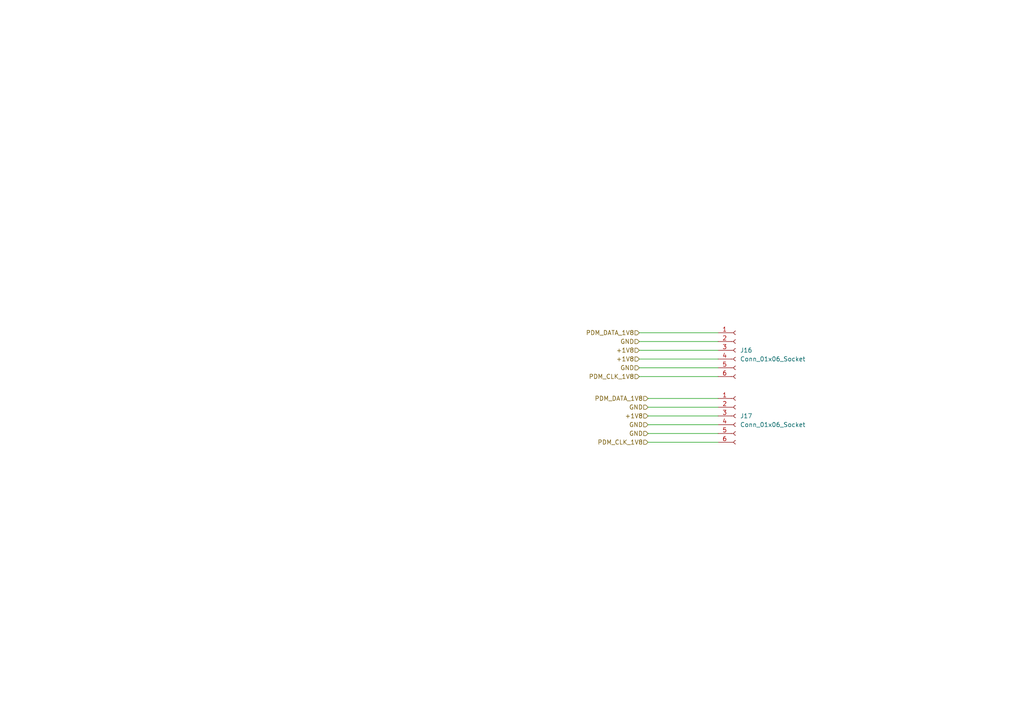
<source format=kicad_sch>
(kicad_sch (version 20231120) (generator "eeschema") (generator_version "8.0")
  (paper "A4")
  (lib_symbols
    (symbol "Connector:Conn_01x06_Socket" (pin_names (offset 1.016) hide)
      (property "Reference" "J" (at 0 7.62 0))
      (property "Value" "Conn_01x06_Socket" (at 0 -10.16 0))
      (symbol "Conn_01x06_Socket_1_1"
        (arc (start 0 -7.112) (mid -0.5058 -7.62) (end 0 -8.128) (stroke (width 0.1524)))
        (arc (start 0 -4.572) (mid -0.5058 -5.08) (end 0 -5.588) (stroke (width 0.1524)))
        (arc (start 0 -2.032) (mid -0.5058 -2.54) (end 0 -3.048) (stroke (width 0.1524)))
        (polyline (pts (xy -1.27 -7.62) (xy -0.508 -7.62)) (stroke (width 0.1524)))
        (polyline (pts (xy -1.27 -5.08) (xy -0.508 -5.08)) (stroke (width 0.1524)))
        (polyline (pts (xy -1.27 -2.54) (xy -0.508 -2.54)) (stroke (width 0.1524)))
        (polyline (pts (xy -1.27 0) (xy -0.508 0)) (stroke (width 0.1524)))
        (polyline (pts (xy -1.27 2.54) (xy -0.508 2.54)) (stroke (width 0.1524)))
        (polyline (pts (xy -1.27 5.08) (xy -0.508 5.08)) (stroke (width 0.1524)))
        (arc (start 0 0.508) (mid -0.5058 0) (end 0 -0.508) (stroke (width 0.1524)))
        (arc (start 0 3.048) (mid -0.5058 2.54) (end 0 2.032) (stroke (width 0.1524)))
        (arc (start 0 5.588) (mid -0.5058 5.08) (end 0 4.572) (stroke (width 0.1524)))
        (pin passive line (at -5.08 5.08 0) (length 3.81) (name "Pin_1") (number "1"))
        (pin passive line (at -5.08 2.54 0) (length 3.81) (name "Pin_2") (number "2"))
        (pin passive line (at -5.08 0 0) (length 3.81) (name "Pin_3") (number "3"))
        (pin passive line (at -5.08 -2.54 0) (length 3.81) (name "Pin_4") (number "4"))
        (pin passive line (at -5.08 -5.08 0) (length 3.81) (name "Pin_5") (number "5"))
        (pin passive line (at -5.08 -7.62 0) (length 3.81) (name "Pin_6") (number "6"))
      )
    )
  )
  (wire (pts (xy 187.96 120.65) (xy 208.28 120.65)))
  (wire (pts (xy 185.42 101.6) (xy 208.28 101.6)))
  (wire (pts (xy 185.42 96.52) (xy 208.28 96.52)))
  (wire (pts (xy 185.42 99.06) (xy 208.28 99.06)))
  (wire (pts (xy 185.42 109.22) (xy 208.28 109.22)))
  (wire (pts (xy 187.96 125.73) (xy 208.28 125.73)))
  (wire (pts (xy 185.42 104.14) (xy 208.28 104.14)))
  (wire (pts (xy 187.96 128.27) (xy 208.28 128.27)))
  (wire (pts (xy 187.96 118.11) (xy 208.28 118.11)))
  (wire (pts (xy 187.96 115.57) (xy 208.28 115.57)))
  (wire (pts (xy 187.96 123.19) (xy 208.28 123.19)))
  (wire (pts (xy 185.42 106.68) (xy 208.28 106.68)))
  (hierarchical_label "PDM_DATA_1V8" (shape input) (at 185.42 96.52 180))
  (hierarchical_label "GND" (shape input) (at 187.96 123.19 180))
  (hierarchical_label "GND" (shape input) (at 185.42 99.06 180))
  (hierarchical_label "PDM_CLK_1V8" (shape input) (at 185.42 109.22 180))
  (hierarchical_label "+1V8" (shape input) (at 185.42 104.14 180))
  (hierarchical_label "PDM_CLK_1V8" (shape input) (at 187.96 128.27 180))
  (hierarchical_label "+1V8" (shape input) (at 187.96 120.65 180))
  (hierarchical_label "+1V8" (shape input) (at 185.42 101.6 180))
  (hierarchical_label "PDM_DATA_1V8" (shape input) (at 187.96 115.57 180))
  (hierarchical_label "GND" (shape input) (at 185.42 106.68 180))
  (hierarchical_label "GND" (shape input) (at 187.96 125.73 180))
  (hierarchical_label "GND" (shape input) (at 187.96 118.11 180))
  (symbol (lib_id "Connector:Conn_01x06_Socket") (at 213.36 101.6 0) (unit 1)
    (property "Reference" "J16" (at 214.63 101.5999 0) (effects (justify left)))
    (property "Value" "Conn_01x06_Socket" (at 214.63 104.1399 0) (effects (justify left)))
    (property "Footprint" "Connector_FFC-FPC:Hirose_FH12-6S-0.5SH_1x06-1MP_P0.50mm_Horizontal" (effects (hide yes)))
    (property "Description" "Generic connector, single row, 01x06, script generated" (effects (hide yes)))
    (instances (project "spider-array-main" (path "" (reference "J16") (unit 1)) (path "" (reference "J14") (unit 1)) (path "" (reference "J10") (unit 1)) (path "" (reference "J6") (unit 1)) (path "" (reference "J4") (unit 1)) (path "" (reference "J12") (unit 1)) (path "" (reference "J8") (unit 1))))
  )
  (symbol (lib_id "Connector:Conn_01x06_Socket") (at 213.36 120.65 0) (unit 1)
    (property "Reference" "J17" (at 214.63 120.6499 0) (effects (justify left)))
    (property "Value" "Conn_01x06_Socket" (at 214.63 123.1899 0) (effects (justify left)))
    (property "Footprint" "Connector_FFC-FPC:Hirose_FH12-6S-0.5SH_1x06-1MP_P0.50mm_Horizontal" (effects (hide yes)))
    (property "Description" "Generic connector, single row, 01x06, script generated" (effects (hide yes)))
    (instances (project "spider-array-main" (path "" (reference "J17") (unit 1)) (path "" (reference "J15") (unit 1)) (path "" (reference "J11") (unit 1)) (path "" (reference "J7") (unit 1)) (path "" (reference "J5") (unit 1)) (path "" (reference "J13") (unit 1)) (path "" (reference "J9") (unit 1))))
  )
)
</source>
